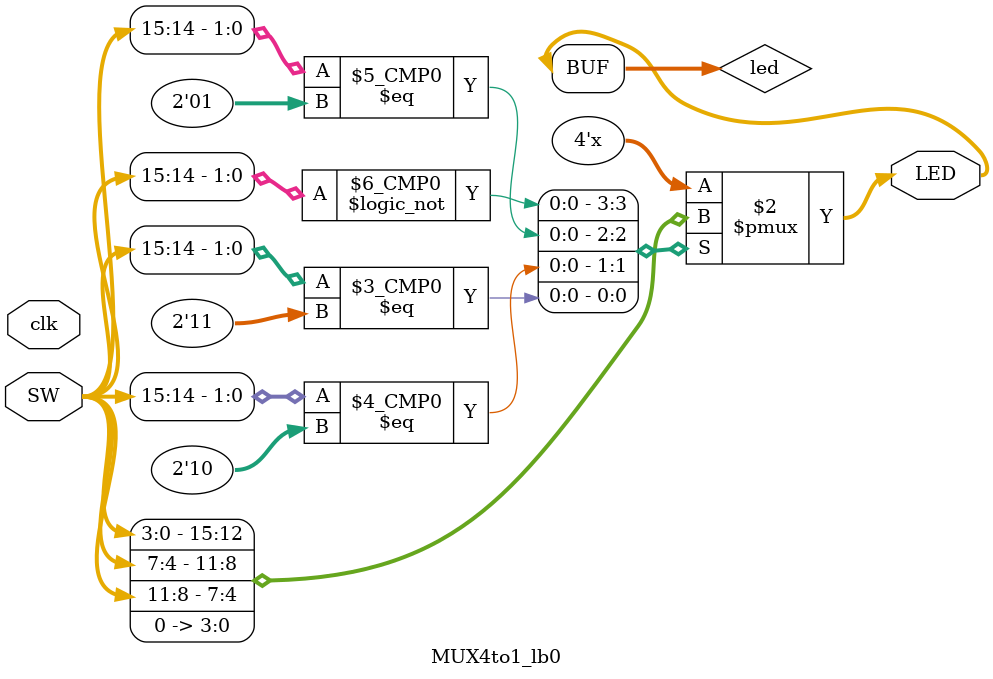
<source format=v>
`timescale 1ns / 1ps


module MUX4to1_lb0(
    input clk,
    input [15:0]SW,
    output wire [3:0]LED
    );
    reg [3:0]led;
    always @* begin
        case(SW[15:14])
        2'b00:led = SW[3:0];  
        2'b01:led = SW[7:4];
        2'b10:led = SW[11:8];
        2'b11: led = 4'b0000;      
        endcase
    end
    assign LED = led;
    
endmodule

</source>
